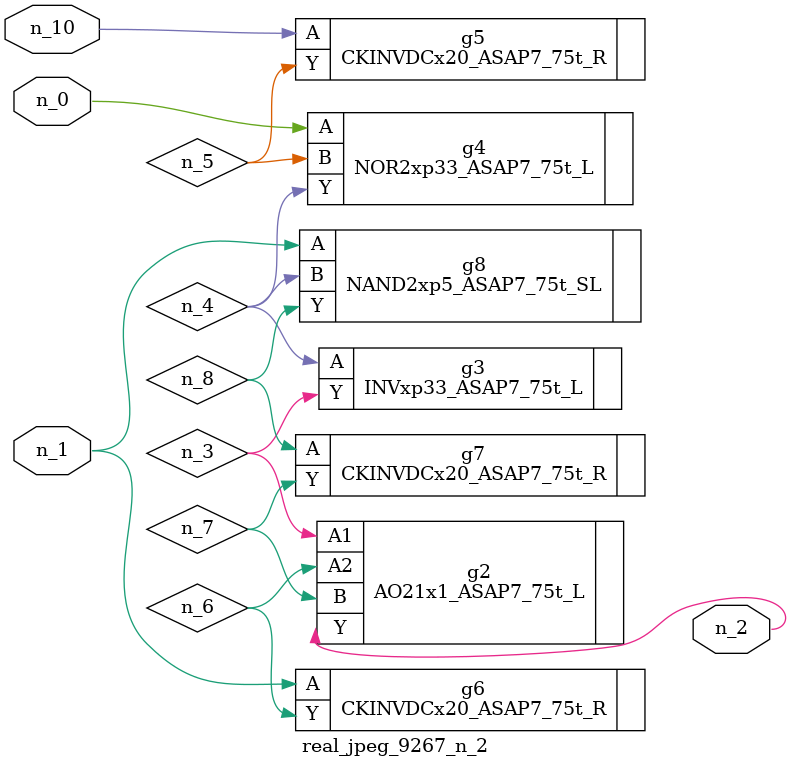
<source format=v>
module real_jpeg_9267_n_2 (n_1, n_10, n_0, n_2);

input n_1;
input n_10;
input n_0;

output n_2;

wire n_5;
wire n_4;
wire n_8;
wire n_6;
wire n_7;
wire n_3;

NOR2xp33_ASAP7_75t_L g4 ( 
.A(n_0),
.B(n_5),
.Y(n_4)
);

CKINVDCx20_ASAP7_75t_R g6 ( 
.A(n_1),
.Y(n_6)
);

NAND2xp5_ASAP7_75t_SL g8 ( 
.A(n_1),
.B(n_4),
.Y(n_8)
);

AO21x1_ASAP7_75t_L g2 ( 
.A1(n_3),
.A2(n_6),
.B(n_7),
.Y(n_2)
);

INVxp33_ASAP7_75t_L g3 ( 
.A(n_4),
.Y(n_3)
);

CKINVDCx20_ASAP7_75t_R g7 ( 
.A(n_8),
.Y(n_7)
);

CKINVDCx20_ASAP7_75t_R g5 ( 
.A(n_10),
.Y(n_5)
);


endmodule
</source>
